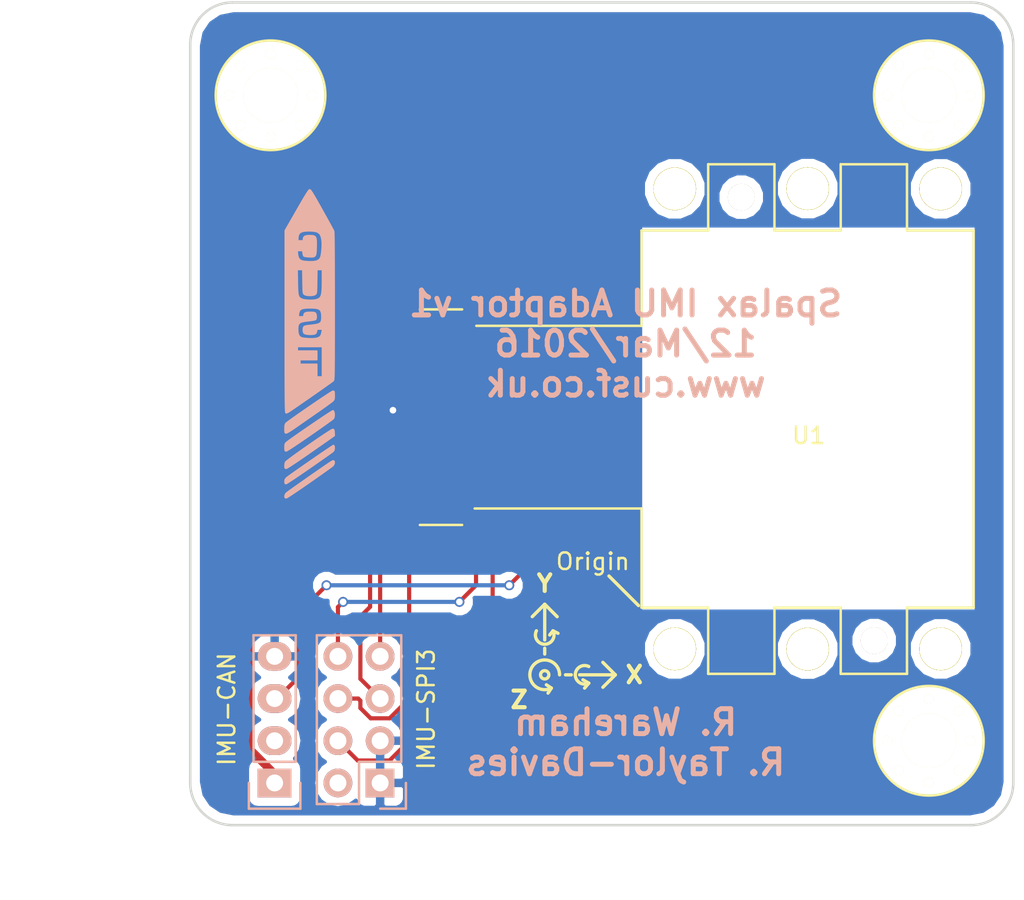
<source format=kicad_pcb>
(kicad_pcb (version 4) (host pcbnew 4.0.2-4+6225~38~ubuntu15.10.1-stable)

  (general
    (links 15)
    (no_connects 0)
    (area 50.724999 45.644999 100.405001 94.055001)
    (thickness 1.6)
    (drawings 35)
    (tracks 62)
    (zones 0)
    (modules 7)
    (nets 22)
  )

  (page A4)
  (layers
    (0 F.Cu signal)
    (31 B.Cu signal)
    (32 B.Adhes user)
    (33 F.Adhes user)
    (34 B.Paste user)
    (35 F.Paste user)
    (36 B.SilkS user)
    (37 F.SilkS user)
    (38 B.Mask user)
    (39 F.Mask user)
    (40 Dwgs.User user)
    (41 Cmts.User user)
    (42 Eco1.User user)
    (43 Eco2.User user)
    (44 Edge.Cuts user)
    (45 Margin user)
    (46 B.CrtYd user)
    (47 F.CrtYd user)
    (48 B.Fab user)
    (49 F.Fab user)
  )

  (setup
    (last_trace_width 0.28)
    (user_trace_width 0.2)
    (user_trace_width 0.3)
    (user_trace_width 0.5)
    (user_trace_width 0.8)
    (user_trace_width 1)
    (user_trace_width 1.5)
    (user_trace_width 2)
    (user_trace_width 3)
    (trace_clearance 0.19)
    (zone_clearance 0.508)
    (zone_45_only no)
    (trace_min 0.19)
    (segment_width 0.2)
    (edge_width 0.1)
    (via_size 0.8)
    (via_drill 0.4)
    (via_min_size 0.4)
    (via_min_drill 0.3)
    (uvia_size 0.8)
    (uvia_drill 0.4)
    (uvias_allowed no)
    (uvia_min_size 0.2)
    (uvia_min_drill 0.1)
    (pcb_text_width 0.3)
    (pcb_text_size 1.5 1.5)
    (mod_edge_width 0.15)
    (mod_text_size 1 1)
    (mod_text_width 0.15)
    (pad_size 3.3 3.3)
    (pad_drill 3.3)
    (pad_to_mask_clearance 0)
    (aux_axis_origin 0 0)
    (grid_origin 215.519 117.983)
    (visible_elements 7FFFFFFF)
    (pcbplotparams
      (layerselection 0x00008_7ffffffe)
      (usegerberextensions false)
      (excludeedgelayer true)
      (linewidth 0.100000)
      (plotframeref false)
      (viasonmask false)
      (mode 1)
      (useauxorigin false)
      (hpglpennumber 1)
      (hpglpenspeed 20)
      (hpglpendiameter 15)
      (hpglpenoverlay 2)
      (psnegative false)
      (psa4output false)
      (plotreference true)
      (plotvalue true)
      (plotinvisibletext false)
      (padsonsilk false)
      (subtractmaskfromsilk false)
      (outputformat 3)
      (mirror false)
      (drillshape 0)
      (scaleselection 1)
      (outputdirectory Gerbers/))
  )

  (net 0 "")
  (net 1 +5V)
  (net 2 /CAN1_RX)
  (net 3 /CAN1_TX)
  (net 4 GND)
  (net 5 +3V3)
  (net 6 /SPI3_NSS)
  (net 7 /DATA_RDY)
  (net 8 /SPI3_SCK)
  (net 9 /SPI3_MOSI)
  (net 10 /SPI3_MISO)
  (net 11 "Net-(U1-Pad1)")
  (net 12 "Net-(U1-Pad2)")
  (net 13 "Net-(U1-Pad9)")
  (net 14 "Net-(U1-Pad16)")
  (net 15 "Net-(U1-Pad17)")
  (net 16 "Net-(U1-Pad18)")
  (net 17 "Net-(U1-Pad19)")
  (net 18 "Net-(U1-Pad20)")
  (net 19 "Net-(U1-Pad22)")
  (net 20 "Net-(U1-Pad23)")
  (net 21 "Net-(U1-Pad24)")

  (net_class Default "This is the default net class."
    (clearance 0.19)
    (trace_width 0.28)
    (via_dia 0.8)
    (via_drill 0.4)
    (uvia_dia 0.8)
    (uvia_drill 0.4)
    (add_net /CAN1_RX)
    (add_net /CAN1_TX)
    (add_net /DATA_RDY)
    (add_net /SPI3_MISO)
    (add_net /SPI3_MOSI)
    (add_net /SPI3_NSS)
    (add_net /SPI3_SCK)
    (add_net "Net-(U1-Pad1)")
    (add_net "Net-(U1-Pad16)")
    (add_net "Net-(U1-Pad17)")
    (add_net "Net-(U1-Pad18)")
    (add_net "Net-(U1-Pad19)")
    (add_net "Net-(U1-Pad2)")
    (add_net "Net-(U1-Pad20)")
    (add_net "Net-(U1-Pad22)")
    (add_net "Net-(U1-Pad23)")
    (add_net "Net-(U1-Pad24)")
    (add_net "Net-(U1-Pad9)")
  )

  (net_class Power ""
    (clearance 0.19)
    (trace_width 0.5)
    (via_dia 0.8)
    (via_drill 0.4)
    (uvia_dia 0.8)
    (uvia_drill 0.4)
    (add_net +3V3)
    (add_net +5V)
    (add_net GND)
  )

  (module imu-adaptor-board:M3_MOUNT (layer F.Cu) (tedit 53DC1522) (tstamp 56E40D9C)
    (at 95.25 88.9)
    (fp_text reference M3_MOUNT (at 0 -4) (layer F.SilkS) hide
      (effects (font (size 1 1) (thickness 0.15)))
    )
    (fp_text value VAL** (at 0 4) (layer F.SilkS) hide
      (effects (font (size 1 1) (thickness 0.15)))
    )
    (fp_circle (center 0 0) (end 3.3 0) (layer F.SilkS) (width 0.15))
    (pad "" np_thru_hole circle (at 0 0) (size 3.3 3.3) (drill 3.3) (layers *.Cu *.Mask F.Paste F.SilkS)
      (solder_mask_margin 1.5) (clearance 1.65))
    (pad "" np_thru_hole circle (at 0 -2.5) (size 0.6 0.6) (drill 0.6) (layers *.Cu *.Mask F.SilkS))
    (pad "" np_thru_hole circle (at 2.5 0) (size 0.6 0.6) (drill 0.6) (layers *.Cu *.Mask F.SilkS))
    (pad "" np_thru_hole circle (at 0 2.5) (size 0.6 0.6) (drill 0.6) (layers *.Cu *.Mask F.SilkS))
    (pad "" np_thru_hole circle (at -2.5 0) (size 0.6 0.6) (drill 0.6) (layers *.Cu *.Mask F.SilkS))
    (pad "" np_thru_hole circle (at -1.8 -1.8) (size 0.6 0.6) (drill 0.6) (layers *.Cu *.Mask F.SilkS))
    (pad "" np_thru_hole circle (at 1.8 -1.8) (size 0.6 0.6) (drill 0.6) (layers *.Cu *.Mask F.SilkS))
    (pad "" np_thru_hole circle (at -1.8 1.8) (size 0.6 0.6) (drill 0.6) (layers *.Cu *.Mask F.SilkS))
    (pad "" np_thru_hole circle (at 1.8 1.8) (size 0.6 0.6) (drill 0.6) (layers *.Cu *.Mask F.SilkS))
  )

  (module imu-adaptor-board:M3_MOUNT (layer F.Cu) (tedit 53DC1522) (tstamp 56E40D63)
    (at 95.25 50.038)
    (fp_text reference M3_MOUNT (at 0 -4) (layer F.SilkS) hide
      (effects (font (size 1 1) (thickness 0.15)))
    )
    (fp_text value VAL** (at 0 4) (layer F.SilkS) hide
      (effects (font (size 1 1) (thickness 0.15)))
    )
    (fp_circle (center 0 0) (end 3.3 0) (layer F.SilkS) (width 0.15))
    (pad "" np_thru_hole circle (at 0 0) (size 3.3 3.3) (drill 3.3) (layers *.Cu *.Mask F.Paste F.SilkS)
      (solder_mask_margin 1.5) (clearance 1.65))
    (pad "" np_thru_hole circle (at 0 -2.5) (size 0.6 0.6) (drill 0.6) (layers *.Cu *.Mask F.SilkS))
    (pad "" np_thru_hole circle (at 2.5 0) (size 0.6 0.6) (drill 0.6) (layers *.Cu *.Mask F.SilkS))
    (pad "" np_thru_hole circle (at 0 2.5) (size 0.6 0.6) (drill 0.6) (layers *.Cu *.Mask F.SilkS))
    (pad "" np_thru_hole circle (at -2.5 0) (size 0.6 0.6) (drill 0.6) (layers *.Cu *.Mask F.SilkS))
    (pad "" np_thru_hole circle (at -1.8 -1.8) (size 0.6 0.6) (drill 0.6) (layers *.Cu *.Mask F.SilkS))
    (pad "" np_thru_hole circle (at 1.8 -1.8) (size 0.6 0.6) (drill 0.6) (layers *.Cu *.Mask F.SilkS))
    (pad "" np_thru_hole circle (at -1.8 1.8) (size 0.6 0.6) (drill 0.6) (layers *.Cu *.Mask F.SilkS))
    (pad "" np_thru_hole circle (at 1.8 1.8) (size 0.6 0.6) (drill 0.6) (layers *.Cu *.Mask F.SilkS))
  )

  (module Socket_Strips:Socket_Strip_Straight_1x04 (layer B.Cu) (tedit 56E3FBC2) (tstamp 56E4040A)
    (at 55.88 91.44 90)
    (descr "Through hole socket strip")
    (tags "socket strip")
    (path /56E405BF)
    (fp_text reference P1 (at 10.16 0 180) (layer B.Fab)
      (effects (font (size 1 1) (thickness 0.15)) (justify mirror))
    )
    (fp_text value IMU-CAN (at 4.44 -2.88 90) (layer F.SilkS)
      (effects (font (size 1 1) (thickness 0.15)))
    )
    (fp_line (start -1.75 1.75) (end -1.75 -1.75) (layer B.CrtYd) (width 0.05))
    (fp_line (start 9.4 1.75) (end 9.4 -1.75) (layer B.CrtYd) (width 0.05))
    (fp_line (start -1.75 1.75) (end 9.4 1.75) (layer B.CrtYd) (width 0.05))
    (fp_line (start -1.75 -1.75) (end 9.4 -1.75) (layer B.CrtYd) (width 0.05))
    (fp_line (start 1.27 1.27) (end 8.89 1.27) (layer B.SilkS) (width 0.15))
    (fp_line (start 1.27 -1.27) (end 8.89 -1.27) (layer B.SilkS) (width 0.15))
    (fp_line (start -1.55 -1.55) (end 0 -1.55) (layer B.SilkS) (width 0.15))
    (fp_line (start 8.89 1.27) (end 8.89 -1.27) (layer B.SilkS) (width 0.15))
    (fp_line (start 1.27 -1.27) (end 1.27 1.27) (layer B.SilkS) (width 0.15))
    (fp_line (start 0 1.55) (end -1.55 1.55) (layer B.SilkS) (width 0.15))
    (fp_line (start -1.55 1.55) (end -1.55 -1.55) (layer B.SilkS) (width 0.15))
    (pad 1 thru_hole rect (at 0 0 90) (size 1.7272 2.032) (drill 1.016) (layers *.Cu *.Mask B.SilkS)
      (net 1 +5V))
    (pad 2 thru_hole oval (at 2.54 0 90) (size 1.7272 2.032) (drill 1.016) (layers *.Cu *.Mask B.SilkS)
      (net 2 /CAN1_RX))
    (pad 3 thru_hole oval (at 5.08 0 90) (size 1.7272 2.032) (drill 1.016) (layers *.Cu *.Mask B.SilkS)
      (net 3 /CAN1_TX))
    (pad 4 thru_hole oval (at 7.62 0 90) (size 1.7272 2.032) (drill 1.016) (layers *.Cu *.Mask B.SilkS)
      (net 4 GND))
    (model Socket_Strips.3dshapes/Socket_Strip_Straight_1x04.wrl
      (at (xyz 0.15 0 0))
      (scale (xyz 1 1 1))
      (rotate (xyz 0 0 180))
    )
  )

  (module Socket_Strips:Socket_Strip_Straight_2x04 (layer B.Cu) (tedit 56E3FBC7) (tstamp 56E40422)
    (at 62.23 91.44 90)
    (descr "Through hole socket strip")
    (tags "socket strip")
    (path /56E4058A)
    (fp_text reference P2 (at 10.16 0 180) (layer B.Fab)
      (effects (font (size 1 1) (thickness 0.15)) (justify mirror))
    )
    (fp_text value IMU-SPI3 (at 4.44 2.77 90) (layer F.SilkS)
      (effects (font (size 1 1) (thickness 0.15)))
    )
    (fp_line (start -1.75 1.75) (end -1.75 -4.3) (layer B.CrtYd) (width 0.05))
    (fp_line (start 9.4 1.75) (end 9.4 -4.3) (layer B.CrtYd) (width 0.05))
    (fp_line (start -1.75 1.75) (end 9.4 1.75) (layer B.CrtYd) (width 0.05))
    (fp_line (start -1.75 -4.3) (end 9.4 -4.3) (layer B.CrtYd) (width 0.05))
    (fp_line (start 1.27 1.27) (end 8.89 1.27) (layer B.SilkS) (width 0.15))
    (fp_line (start 8.89 1.27) (end 8.89 -3.81) (layer B.SilkS) (width 0.15))
    (fp_line (start 8.89 -3.81) (end -1.27 -3.81) (layer B.SilkS) (width 0.15))
    (fp_line (start -1.27 -3.81) (end -1.27 -1.27) (layer B.SilkS) (width 0.15))
    (fp_line (start 0 1.55) (end -1.55 1.55) (layer B.SilkS) (width 0.15))
    (fp_line (start -1.27 -1.27) (end 1.27 -1.27) (layer B.SilkS) (width 0.15))
    (fp_line (start 1.27 -1.27) (end 1.27 1.27) (layer B.SilkS) (width 0.15))
    (fp_line (start -1.55 1.55) (end -1.55 0) (layer B.SilkS) (width 0.15))
    (pad 1 thru_hole rect (at 0 0 90) (size 1.7272 1.7272) (drill 1.016) (layers *.Cu *.Mask B.SilkS)
      (net 4 GND))
    (pad 2 thru_hole oval (at 0 -2.54 90) (size 1.7272 1.7272) (drill 1.016) (layers *.Cu *.Mask B.SilkS)
      (net 5 +3V3))
    (pad 3 thru_hole oval (at 2.54 0 90) (size 1.7272 1.7272) (drill 1.016) (layers *.Cu *.Mask B.SilkS)
      (net 4 GND))
    (pad 4 thru_hole oval (at 2.54 -2.54 90) (size 1.7272 1.7272) (drill 1.016) (layers *.Cu *.Mask B.SilkS)
      (net 6 /SPI3_NSS))
    (pad 5 thru_hole oval (at 5.08 0 90) (size 1.7272 1.7272) (drill 1.016) (layers *.Cu *.Mask B.SilkS)
      (net 7 /DATA_RDY))
    (pad 6 thru_hole oval (at 5.08 -2.54 90) (size 1.7272 1.7272) (drill 1.016) (layers *.Cu *.Mask B.SilkS)
      (net 8 /SPI3_SCK))
    (pad 7 thru_hole oval (at 7.62 0 90) (size 1.7272 1.7272) (drill 1.016) (layers *.Cu *.Mask B.SilkS)
      (net 9 /SPI3_MOSI))
    (pad 8 thru_hole oval (at 7.62 -2.54 90) (size 1.7272 1.7272) (drill 1.016) (layers *.Cu *.Mask B.SilkS)
      (net 10 /SPI3_MISO))
    (model Socket_Strips.3dshapes/Socket_Strip_Straight_2x04.wrl
      (at (xyz 0.15 -0.05 0))
      (scale (xyz 1 1 1))
      (rotate (xyz 0 0 180))
    )
  )

  (module imu-adaptor-board:M3_MOUNT (layer F.Cu) (tedit 53DC1522) (tstamp 56E40906)
    (at 55.63362 50.038)
    (fp_text reference M3_MOUNT (at 0 -4) (layer F.SilkS) hide
      (effects (font (size 1 1) (thickness 0.15)))
    )
    (fp_text value VAL** (at 0 4) (layer F.SilkS) hide
      (effects (font (size 1 1) (thickness 0.15)))
    )
    (fp_circle (center 0 0) (end 3.3 0) (layer F.SilkS) (width 0.15))
    (pad "" np_thru_hole circle (at 0 0) (size 3.3 3.3) (drill 3.3) (layers *.Cu *.Mask F.Paste F.SilkS)
      (solder_mask_margin 1.5) (clearance 1.65))
    (pad "" np_thru_hole circle (at 0 -2.5) (size 0.6 0.6) (drill 0.6) (layers *.Cu *.Mask F.SilkS))
    (pad "" np_thru_hole circle (at 2.5 0) (size 0.6 0.6) (drill 0.6) (layers *.Cu *.Mask F.SilkS))
    (pad "" np_thru_hole circle (at 0 2.5) (size 0.6 0.6) (drill 0.6) (layers *.Cu *.Mask F.SilkS))
    (pad "" np_thru_hole circle (at -2.5 0) (size 0.6 0.6) (drill 0.6) (layers *.Cu *.Mask F.SilkS))
    (pad "" np_thru_hole circle (at -1.8 -1.8) (size 0.6 0.6) (drill 0.6) (layers *.Cu *.Mask F.SilkS))
    (pad "" np_thru_hole circle (at 1.8 -1.8) (size 0.6 0.6) (drill 0.6) (layers *.Cu *.Mask F.SilkS))
    (pad "" np_thru_hole circle (at -1.8 1.8) (size 0.6 0.6) (drill 0.6) (layers *.Cu *.Mask F.SilkS))
    (pad "" np_thru_hole circle (at 1.8 1.8) (size 0.6 0.6) (drill 0.6) (layers *.Cu *.Mask F.SilkS))
  )

  (module imu-adaptor-board:ADIS16405BMLZ (layer F.Cu) (tedit 56E401F4) (tstamp 56E40C81)
    (at 88.019798 69.52 180)
    (path /56E3EFE8)
    (fp_text reference U1 (at 0 -1 180) (layer F.SilkS)
      (effects (font (size 1 1) (thickness 0.15)))
    )
    (fp_text value ADIS16405BMLZ (at 0 2 180) (layer F.Fab)
      (effects (font (size 1 1) (thickness 0.15)))
    )
    (fp_line (start -9.927 -11.3656) (end -9.927 11.342) (layer F.SilkS) (width 0.1524))
    (fp_line (start -9.927 -11.3656) (end -5.9138 -11.3656) (layer F.SilkS) (width 0.1524))
    (fp_line (start -5.9138 -11.3656) (end -5.9138 -15.3534) (layer F.SilkS) (width 0.1524))
    (fp_line (start -5.9138 -15.3534) (end -1.926 -15.3534) (layer F.SilkS) (width 0.1524))
    (fp_line (start -1.926 -15.3534) (end -1.926 -11.3656) (layer F.SilkS) (width 0.1524))
    (fp_line (start -1.926 -11.3656) (end 2.0618 -11.3656) (layer F.SilkS) (width 0.1524))
    (fp_line (start 2.0618 -11.3656) (end 2.0618 -15.3534) (layer F.SilkS) (width 0.1524))
    (fp_line (start 2.0618 -15.3534) (end 6.0496 -15.3534) (layer F.SilkS) (width 0.1524))
    (fp_line (start 6.0496 -15.3534) (end 6.0496 -11.3656) (layer F.SilkS) (width 0.1524))
    (fp_line (start 6.0496 -11.3656) (end 10.0628 -11.3656) (layer F.SilkS) (width 0.1524))
    (fp_line (start -9.927 11.342) (end -5.9138 11.342) (layer F.SilkS) (width 0.1524))
    (fp_line (start -5.9138 11.342) (end -5.9138 15.3298) (layer F.SilkS) (width 0.1524))
    (fp_line (start -5.9138 15.3298) (end -1.926 15.3298) (layer F.SilkS) (width 0.1524))
    (fp_line (start -1.926 15.3298) (end -1.926 11.342) (layer F.SilkS) (width 0.1524))
    (fp_line (start -1.926 11.342) (end 2.0618 11.342) (layer F.SilkS) (width 0.1524))
    (fp_line (start 2.0618 11.342) (end 2.0618 15.3298) (layer F.SilkS) (width 0.1524))
    (fp_line (start 2.0618 15.3298) (end 6.0496 15.3298) (layer F.SilkS) (width 0.1524))
    (fp_line (start 6.0496 15.3298) (end 6.0496 11.342) (layer F.SilkS) (width 0.1524))
    (fp_line (start 6.0496 11.342) (end 10.0628 11.342) (layer F.SilkS) (width 0.1524))
    (fp_line (start 10.0628 -11.3656) (end 10.0628 -5.3966) (layer F.SilkS) (width 0.1524))
    (fp_line (start 10.0628 -5.3966) (end 20.1 -5.3966) (layer F.SilkS) (width 0.1524))
    (fp_line (start 20.8578 -6.3872) (end 23.3978 -6.3872) (layer F.SilkS) (width 0.1524))
    (fp_line (start 23.3978 6.5922) (end 20.8578 6.5922) (layer F.SilkS) (width 0.1524))
    (fp_line (start 20 5.6016) (end 10.0628 5.6016) (layer F.SilkS) (width 0.1524))
    (fp_line (start 10.0628 5.6016) (end 10.0628 11.342) (layer F.SilkS) (width 0.1524))
    (pad 1 smd rect (at 23 -5.399978 180) (size 1.4 0.5) (layers F.Cu F.Paste F.Mask)
      (net 11 "Net-(U1-Pad1)"))
    (pad 2 smd rect (at 21.2 -5.4 180) (size 1.4 0.5) (layers F.Cu F.Paste F.Mask)
      (net 12 "Net-(U1-Pad2)"))
    (pad 3 smd rect (at 23.019798 -4.39998 180) (size 1.4 0.5) (layers F.Cu F.Paste F.Mask)
      (net 8 /SPI3_SCK))
    (pad 4 smd rect (at 21.2198 -4.39998 180) (size 1.4 0.5) (layers F.Cu F.Paste F.Mask)
      (net 10 /SPI3_MISO))
    (pad 5 smd rect (at 23.019798 -3.399982 180) (size 1.4 0.5) (layers F.Cu F.Paste F.Mask)
      (net 9 /SPI3_MOSI))
    (pad 6 smd rect (at 21.2198 -3.399982 180) (size 1.4 0.5) (layers F.Cu F.Paste F.Mask)
      (net 6 /SPI3_NSS))
    (pad 7 smd rect (at 23.019798 -2.399984 180) (size 1.4 0.5) (layers F.Cu F.Paste F.Mask)
      (net 7 /DATA_RDY))
    (pad 8 smd rect (at 21.2198 -2.399984 180) (size 1.4 0.5) (layers F.Cu F.Paste F.Mask)
      (net 3 /CAN1_TX))
    (pad 9 smd rect (at 23.019798 -1.399986 180) (size 1.4 0.5) (layers F.Cu F.Paste F.Mask)
      (net 13 "Net-(U1-Pad9)"))
    (pad 10 smd rect (at 21.2198 -1.399986 180) (size 1.4 0.5) (layers F.Cu F.Paste F.Mask)
      (net 1 +5V))
    (pad 11 smd rect (at 23.019798 -0.399988 180) (size 1.4 0.5) (layers F.Cu F.Paste F.Mask)
      (net 1 +5V))
    (pad 12 smd rect (at 21.2198 -0.399988 180) (size 1.4 0.5) (layers F.Cu F.Paste F.Mask)
      (net 1 +5V))
    (pad 13 smd rect (at 23.019798 0.60001 180) (size 1.4 0.5) (layers F.Cu F.Paste F.Mask)
      (net 4 GND))
    (pad 14 smd rect (at 21.2198 0.60001 180) (size 1.4 0.5) (layers F.Cu F.Paste F.Mask)
      (net 4 GND))
    (pad 15 smd rect (at 23.019798 1.600008 180) (size 1.4 0.5) (layers F.Cu F.Paste F.Mask)
      (net 4 GND))
    (pad 16 smd rect (at 21.2198 1.600008 180) (size 1.4 0.5) (layers F.Cu F.Paste F.Mask)
      (net 14 "Net-(U1-Pad16)"))
    (pad 17 smd rect (at 23.019798 2.600006 180) (size 1.4 0.5) (layers F.Cu F.Paste F.Mask)
      (net 15 "Net-(U1-Pad17)"))
    (pad 18 smd rect (at 21.2198 2.600006 180) (size 1.4 0.5) (layers F.Cu F.Paste F.Mask)
      (net 16 "Net-(U1-Pad18)"))
    (pad 19 smd rect (at 23.019798 3.600004 180) (size 1.4 0.5) (layers F.Cu F.Paste F.Mask)
      (net 17 "Net-(U1-Pad19)"))
    (pad 20 smd rect (at 21.2198 3.600004 180) (size 1.4 0.5) (layers F.Cu F.Paste F.Mask)
      (net 18 "Net-(U1-Pad20)"))
    (pad 21 smd rect (at 23.019798 4.600002 180) (size 1.4 0.5) (layers F.Cu F.Paste F.Mask)
      (net 4 GND))
    (pad 22 smd rect (at 21.2198 4.600002 180) (size 1.4 0.5) (layers F.Cu F.Paste F.Mask)
      (net 19 "Net-(U1-Pad22)"))
    (pad 23 smd rect (at 23.019798 5.6 180) (size 1.4 0.5) (layers F.Cu F.Paste F.Mask)
      (net 20 "Net-(U1-Pad23)"))
    (pad 24 smd rect (at 21.2198 5.6 180) (size 1.4 0.5) (layers F.Cu F.Paste F.Mask)
      (net 21 "Net-(U1-Pad24)"))
    (pad 25 thru_hole circle (at -3.940093 -13.349976 180) (size 1.6002 1.6002) (drill 1.6002) (layers *.Cu *.Mask F.SilkS))
    (pad 25 thru_hole circle (at -3.940093 -13.349976 180) (size 1.6002 1.6002) (drill 1.6002) (layers *.Cu *.Mask F.SilkS))
    (pad 26 thru_hole circle (at 4.059891 13.349998 180) (size 1.6002 1.6002) (drill 2.4892) (layers *.Cu *.Mask F.SilkS))
    (pad 26 thru_hole circle (at 4.059891 13.349998 180) (size 1.6002 1.6002) (drill 2.4892) (layers *.Cu *.Mask F.SilkS))
    (pad 27 thru_hole circle (at -7.940085 -13.850102 180) (size 2.5654 2.5654) (drill 2.4892) (layers *.Cu *.Mask F.SilkS))
    (pad 27 thru_hole circle (at -7.940085 -13.850102 180) (size 2.5654 2.5654) (drill 2.4892) (layers *.Cu *.Mask F.SilkS))
    (pad 28 thru_hole circle (at 8.059883 -13.850102 180) (size 2.5654 2.5654) (drill 2.4892) (layers *.Cu *.Mask F.SilkS))
    (pad 28 thru_hole circle (at 8.059883 -13.850102 180) (size 2.5654 2.5654) (drill 2.4892) (layers *.Cu *.Mask F.SilkS))
    (pad 29 thru_hole circle (at -7.941101 13.850124 180) (size 2.5654 2.5654) (drill 2.4892) (layers *.Cu *.Mask F.SilkS))
    (pad 29 thru_hole circle (at -7.941101 13.850124 180) (size 2.5654 2.5654) (drill 2.4892) (layers *.Cu *.Mask F.SilkS))
    (pad 30 thru_hole circle (at 8.060899 13.850124 180) (size 2.5654 2.5654) (drill 2.4892) (layers *.Cu *.Mask F.SilkS))
    (pad 30 thru_hole circle (at 8.060899 13.850124 180) (size 2.5654 2.5654) (drill 2.4892) (layers *.Cu *.Mask F.SilkS))
    (pad 31 thru_hole circle (at 0.059899 13.862824 180) (size 2.5654 2.5654) (drill 2.4892) (layers *.Cu *.Mask F.SilkS))
    (pad 31 thru_hole circle (at 0.059899 13.862824 180) (size 2.5654 2.5654) (drill 2.4892) (layers *.Cu *.Mask F.SilkS))
    (pad 32 thru_hole circle (at 0.059899 -13.862802 180) (size 2.5654 2.5654) (drill 2.4892) (layers *.Cu *.Mask F.SilkS))
    (pad 32 thru_hole circle (at 0.059899 -13.862802 180) (size 2.5654 2.5654) (drill 2.4892) (layers *.Cu *.Mask F.SilkS))
  )

  (module imu-adaptor-board:cusf_logo (layer B.Cu) (tedit 0) (tstamp 56E40EDC)
    (at 58 65 180)
    (fp_text reference G*** (at 0 0 180) (layer B.SilkS) hide
      (effects (font (thickness 0.3)) (justify mirror))
    )
    (fp_text value LOGO (at 0.75 0 180) (layer B.SilkS) hide
      (effects (font (thickness 0.3)) (justify mirror))
    )
    (fp_poly (pts (xy 1.49225 -9.17752) (xy 1.483287 -9.244669) (xy 1.447068 -9.267469) (xy 1.420812 -9.268108)
      (xy 1.381477 -9.249778) (xy 1.295504 -9.198255) (xy 1.168106 -9.117006) (xy 1.004494 -9.009499)
      (xy 0.809879 -8.879202) (xy 0.589473 -8.729583) (xy 0.348487 -8.564107) (xy 0.092133 -8.386244)
      (xy 0.025068 -8.339421) (xy -0.235426 -8.156916) (xy -0.482095 -7.983332) (xy -0.709636 -7.822454)
      (xy -0.912748 -7.678063) (xy -1.086132 -7.553945) (xy -1.224485 -7.453882) (xy -1.322508 -7.381657)
      (xy -1.374899 -7.341055) (xy -1.379869 -7.336653) (xy -1.447785 -7.234568) (xy -1.4605 -7.15409)
      (xy -1.450785 -7.076354) (xy -1.41513 -7.051669) (xy -1.343773 -7.075112) (xy -1.324077 -7.085293)
      (xy -1.2716 -7.117623) (xy -1.174931 -7.181425) (xy -1.040179 -7.272424) (xy -0.873458 -7.386343)
      (xy -0.680879 -7.518907) (xy -0.468555 -7.66584) (xy -0.242599 -7.822865) (xy -0.009121 -7.985707)
      (xy 0.225765 -8.150089) (xy 0.455948 -8.311736) (xy 0.675315 -8.466372) (xy 0.877754 -8.60972)
      (xy 1.057153 -8.737506) (xy 1.2074 -8.845451) (xy 1.322383 -8.929282) (xy 1.395988 -8.984721)
      (xy 1.420812 -9.005577) (xy 1.473309 -9.092618) (xy 1.49225 -9.17752) (xy 1.49225 -9.17752)) (layer B.SilkS) (width 0.1))
    (fp_poly (pts (xy 1.49225 -8.289441) (xy 1.486218 -8.372215) (xy 1.463097 -8.408071) (xy 1.433153 -8.41375)
      (xy 1.396297 -8.396084) (xy 1.312578 -8.345359) (xy 1.18712 -8.264984) (xy 1.025043 -8.158367)
      (xy 0.831471 -8.028916) (xy 0.611526 -7.880041) (xy 0.370329 -7.71515) (xy 0.113004 -7.537651)
      (xy 0.027755 -7.478513) (xy -0.234723 -7.295857) (xy -0.483028 -7.122449) (xy -0.711944 -6.961973)
      (xy -0.916256 -6.818115) (xy -1.090746 -6.69456) (xy -1.2302 -6.594994) (xy -1.3294 -6.523102)
      (xy -1.383132 -6.482569) (xy -1.389524 -6.477151) (xy -1.440176 -6.406821) (xy -1.459541 -6.308226)
      (xy -1.4605 -6.269388) (xy -1.451839 -6.169364) (xy -1.426185 -6.128648) (xy -1.420121 -6.12775)
      (xy -1.387076 -6.145357) (xy -1.308012 -6.195462) (xy -1.188821 -6.273987) (xy -1.035393 -6.376854)
      (xy -0.853619 -6.499987) (xy -0.64939 -6.639307) (xy -0.428596 -6.790737) (xy -0.197128 -6.9502)
      (xy 0.039124 -7.113618) (xy 0.274267 -7.276914) (xy 0.502413 -7.436011) (xy 0.717669 -7.586831)
      (xy 0.914146 -7.725297) (xy 1.085953 -7.847331) (xy 1.227198 -7.948856) (xy 1.331991 -8.025794)
      (xy 1.394442 -8.074069) (xy 1.404937 -8.083185) (xy 1.470173 -8.166792) (xy 1.491854 -8.268028)
      (xy 1.49225 -8.289441) (xy 1.49225 -8.289441)) (layer B.SilkS) (width 0.1))
    (fp_poly (pts (xy 1.49225 -7.351618) (xy 1.488607 -7.439393) (xy 1.472018 -7.480421) (xy 1.433994 -7.491297)
      (xy 1.420812 -7.491266) (xy 1.380543 -7.473133) (xy 1.293579 -7.421737) (xy 1.165073 -7.340479)
      (xy 1.000178 -7.232759) (xy 0.804046 -7.101977) (xy 0.581831 -6.951533) (xy 0.338685 -6.784826)
      (xy 0.109636 -6.626079) (xy -0.146173 -6.447829) (xy -0.391263 -6.276889) (xy -0.619626 -6.117461)
      (xy -0.825254 -5.973745) (xy -1.002142 -5.849942) (xy -1.144282 -5.750252) (xy -1.245666 -5.678877)
      (xy -1.296854 -5.642499) (xy -1.463605 -5.522374) (xy -1.454116 -5.340874) (xy -1.446264 -5.237885)
      (xy -1.432086 -5.183364) (xy -1.404902 -5.162284) (xy -1.373456 -5.159375) (xy -1.331146 -5.177297)
      (xy -1.243394 -5.22828) (xy -1.116194 -5.308149) (xy -0.955541 -5.412729) (xy -0.767429 -5.537846)
      (xy -0.557854 -5.679324) (xy -0.332808 -5.832989) (xy -0.098288 -5.994666) (xy 0.139713 -6.160179)
      (xy 0.375199 -6.325354) (xy 0.602178 -6.486016) (xy 0.814653 -6.637991) (xy 1.00663 -6.777103)
      (xy 1.172115 -6.899177) (xy 1.305114 -7.000039) (xy 1.399631 -7.075513) (xy 1.449673 -7.121425)
      (xy 1.455509 -7.129601) (xy 1.478778 -7.212849) (xy 1.491463 -7.320822) (xy 1.49225 -7.351618)
      (xy 1.49225 -7.351618)) (layer B.SilkS) (width 0.1))
    (fp_poly (pts (xy 1.49225 -6.237431) (xy 1.490642 -6.349021) (xy 1.482565 -6.411275) (xy 1.463134 -6.438336)
      (xy 1.427465 -6.444348) (xy 1.420812 -6.444314) (xy 1.380464 -6.426293) (xy 1.292782 -6.374618)
      (xy 1.162296 -6.292277) (xy 0.993532 -6.182257) (xy 0.79102 -6.047546) (xy 0.559287 -5.891133)
      (xy 0.302863 -5.716003) (xy 0.026275 -5.525146) (xy 0 -5.506919) (xy -0.262368 -5.324298)
      (xy -0.510085 -5.150837) (xy -0.738002 -4.990213) (xy -0.94097 -4.846104) (xy -1.11384 -4.722187)
      (xy -1.251462 -4.62214) (xy -1.348688 -4.549641) (xy -1.400367 -4.508367) (xy -1.406318 -4.502508)
      (xy -1.43957 -4.432205) (xy -1.456566 -4.333439) (xy -1.458014 -4.225448) (xy -1.444619 -4.127466)
      (xy -1.417087 -4.058731) (xy -1.389277 -4.038219) (xy -1.355002 -4.054014) (xy -1.274689 -4.102228)
      (xy -1.154277 -4.178799) (xy -0.999705 -4.279667) (xy -0.816913 -4.400774) (xy -0.61184 -4.538058)
      (xy -0.390423 -4.687459) (xy -0.158604 -4.844918) (xy 0.07768 -5.006374) (xy 0.312489 -5.167767)
      (xy 0.539885 -5.325037) (xy 0.753927 -5.474124) (xy 0.948678 -5.610968) (xy 1.118198 -5.731508)
      (xy 1.256547 -5.831685) (xy 1.357788 -5.907438) (xy 1.41598 -5.954708) (xy 1.420812 -5.959271)
      (xy 1.461236 -6.010068) (xy 1.483081 -6.074515) (xy 1.491483 -6.172611) (xy 1.49225 -6.237431)
      (xy 1.49225 -6.237431)) (layer B.SilkS) (width 0.1))
    (fp_poly (pts (xy 1.49225 -5.115267) (xy 1.491183 -5.240265) (xy 1.485512 -5.314664) (xy 1.47153 -5.351355)
      (xy 1.445531 -5.363233) (xy 1.420812 -5.363765) (xy 1.37111 -5.345441) (xy 1.280722 -5.296179)
      (xy 1.160317 -5.222391) (xy 1.02056 -5.13049) (xy 0.936625 -5.072668) (xy 0.806238 -4.981501)
      (xy 0.633995 -4.861315) (xy 0.43021 -4.719292) (xy 0.205197 -4.562617) (xy -0.030731 -4.398471)
      (xy -0.267261 -4.234038) (xy -0.365125 -4.166046) (xy -0.580518 -4.015675) (xy -0.783238 -3.872715)
      (xy -0.966311 -3.742193) (xy -1.122767 -3.629135) (xy -1.245632 -3.538567) (xy -1.327933 -3.475517)
      (xy -1.357313 -3.45079) (xy -1.409356 -3.397922) (xy -1.440107 -3.349144) (xy -1.455152 -3.285749)
      (xy -1.460078 -3.189031) (xy -1.4605 -3.105271) (xy -1.459397 -2.981064) (xy -1.453574 -2.907341)
      (xy -1.439266 -2.871093) (xy -1.412705 -2.859312) (xy -1.389063 -2.858579) (xy -1.351209 -2.876401)
      (xy -1.267459 -2.926741) (xy -1.143793 -3.005491) (xy -0.98619 -3.108548) (xy -0.80063 -3.231806)
      (xy -0.593091 -3.371158) (xy -0.369554 -3.5225) (xy -0.135997 -3.681725) (xy 0.101599 -3.844729)
      (xy 0.337256 -4.007405) (xy 0.564994 -4.165648) (xy 0.778834 -4.315354) (xy 0.972796 -4.452415)
      (xy 1.140901 -4.572726) (xy 1.277169 -4.672183) (xy 1.375621 -4.746679) (xy 1.430278 -4.792108)
      (xy 1.436687 -4.798783) (xy 1.467318 -4.85266) (xy 1.484797 -4.9339) (xy 1.491788 -5.057668)
      (xy 1.49225 -5.115267) (xy 1.49225 -5.115267)) (layer B.SilkS) (width 0.1))
    (fp_poly (pts (xy 1.476375 1.335759) (xy 1.476337 0.640747) (xy 1.476207 0.00649) (xy 1.475961 -0.569757)
      (xy 1.475572 -1.09074) (xy 1.475017 -1.559203) (xy 1.474269 -1.977892) (xy 1.473304 -2.349551)
      (xy 1.472096 -2.676927) (xy 1.470621 -2.962763) (xy 1.468854 -3.209806) (xy 1.466769 -3.4208)
      (xy 1.464341 -3.59849) (xy 1.461546 -3.745621) (xy 1.458357 -3.86494) (xy 1.454751 -3.95919)
      (xy 1.450702 -4.031116) (xy 1.446184 -4.083465) (xy 1.441174 -4.118981) (xy 1.435645 -4.140409)
      (xy 1.429573 -4.150495) (xy 1.42624 -4.152159) (xy 1.375552 -4.140192) (xy 1.29264 -4.099442)
      (xy 1.20399 -4.044333) (xy 0.953216 -3.87268) (xy 0.770819 -3.747222) (xy 0.770819 5.61975)
      (xy 0.595913 5.61975) (xy 0.421008 5.61975) (xy 0.404593 5.474114) (xy 0.387049 5.378255)
      (xy 0.362077 5.30736) (xy 0.351287 5.291552) (xy 0.304056 5.273471) (xy 0.210077 5.257511)
      (xy 0.086102 5.246224) (xy 0.037724 5.24381) (xy -0.100848 5.24015) (xy -0.203223 5.24702)
      (xy -0.275137 5.272599) (xy -0.322326 5.325062) (xy -0.350525 5.412588) (xy -0.365471 5.543353)
      (xy -0.3729 5.725536) (xy -0.375463 5.832863) (xy -0.378893 6.055989) (xy -0.374609 6.223618)
      (xy -0.357817 6.343685) (xy -0.323721 6.424127) (xy -0.267528 6.472878) (xy -0.184443 6.497875)
      (xy -0.069672 6.507053) (xy 0.032622 6.508317) (xy 0.192919 6.498485) (xy 0.299687 6.465397)
      (xy 0.35997 6.404851) (xy 0.380812 6.312648) (xy 0.381 6.300575) (xy 0.381 6.19125)
      (xy 0.555625 6.19125) (xy 0.73025 6.19125) (xy 0.73025 6.337265) (xy 0.715941 6.498154)
      (xy 0.669237 6.620848) (xy 0.584469 6.709254) (xy 0.455966 6.76728) (xy 0.278061 6.798834)
      (xy 0.047625 6.807833) (xy -0.193899 6.79791) (xy -0.381167 6.765933) (xy -0.521317 6.706078)
      (xy -0.621484 6.612524) (xy -0.688804 6.479447) (xy -0.730412 6.301025) (xy -0.746917 6.1595)
      (xy -0.753117 6.006839) (xy -0.749195 5.830264) (xy -0.736724 5.645851) (xy -0.717279 5.469675)
      (xy -0.692434 5.31781) (xy -0.663763 5.206332) (xy -0.650444 5.174415) (xy -0.58114 5.075787)
      (xy -0.485142 5.005102) (xy -0.354323 4.959814) (xy -0.180556 4.93738) (xy 0.044285 4.935254)
      (xy 0.106274 4.937463) (xy 0.311864 4.953036) (xy 0.46064 4.980375) (xy 0.534899 5.007423)
      (xy 0.631868 5.074437) (xy 0.697457 5.171269) (xy 0.737813 5.309854) (xy 0.753843 5.43254)
      (xy 0.770819 5.61975) (xy 0.770819 -3.747222) (xy 0.769285 -3.746166) (xy 0.769285 4.47675)
      (xy 0.594462 4.47675) (xy 0.41964 4.47675) (xy 0.408153 3.759486) (xy 0.404279 3.528318)
      (xy 0.400412 3.352268) (xy 0.395624 3.222962) (xy 0.388984 3.132024) (xy 0.379563 3.071079)
      (xy 0.366432 3.031753) (xy 0.348661 3.005671) (xy 0.32532 2.984458) (xy 0.321816 2.981611)
      (xy 0.236966 2.943125) (xy 0.112751 2.92139) (xy -0.028944 2.916403) (xy -0.166234 2.928163)
      (xy -0.277235 2.956669) (xy -0.321921 2.981655) (xy -0.346087 3.002826) (xy -0.364542 3.027694)
      (xy -0.378208 3.064634) (xy -0.388005 3.122021) (xy -0.394854 3.208229) (xy -0.399676 3.331633)
      (xy -0.403391 3.500609) (xy -0.406922 3.723532) (xy -0.407454 3.75953) (xy -0.418032 4.47675)
      (xy -0.590016 4.47675) (xy -0.762 4.47675) (xy -0.762 3.830209) (xy -0.760068 3.535654)
      (xy -0.752845 3.297685) (xy -0.738195 3.109468) (xy -0.71398 2.964167) (xy -0.678064 2.854948)
      (xy -0.628308 2.774975) (xy -0.562577 2.717414) (xy -0.478732 2.675429) (xy -0.392031 2.646997)
      (xy -0.258256 2.622986) (xy -0.091481 2.612929) (xy 0.088522 2.61592) (xy 0.261982 2.631054)
      (xy 0.409129 2.657425) (xy 0.498275 2.687767) (xy 0.569525 2.726432) (xy 0.625663 2.769405)
      (xy 0.668637 2.824468) (xy 0.700394 2.899402) (xy 0.722882 3.001988) (xy 0.738048 3.140008)
      (xy 0.747839 3.321244) (xy 0.754202 3.553477) (xy 0.757216 3.7225) (xy 0.769285 4.47675)
      (xy 0.769285 -3.746166) (xy 0.762 -3.741156) (xy 0.762 -0.4445) (xy 0.762 -0.301625)
      (xy 0.762 -0.15875) (xy 0.736942 -0.15875) (xy 0.736942 0.860724) (xy 0.731711 1.016509)
      (xy 0.70935 1.13558) (xy 0.662163 1.224049) (xy 0.582456 1.288032) (xy 0.462533 1.333643)
      (xy 0.2947 1.366996) (xy 0.07126 1.394205) (xy 0.064689 1.394881) (xy -0.083663 1.412558)
      (xy -0.210453 1.432269) (xy -0.301252 1.451474) (xy -0.340124 1.466101) (xy -0.368776 1.52352)
      (xy -0.379609 1.616192) (xy -0.372918 1.71851) (xy -0.348998 1.804866) (xy -0.33595 1.827495)
      (xy -0.304997 1.858) (xy -0.257206 1.876577) (xy -0.178176 1.885998) (xy -0.053507 1.889038)
      (xy -0.015953 1.889125) (xy 0.144514 1.883381) (xy 0.251715 1.862746) (xy 0.315127 1.822121)
      (xy 0.344224 1.756405) (xy 0.34925 1.692557) (xy 0.354693 1.650488) (xy 0.381312 1.628577)
      (xy 0.444542 1.620345) (xy 0.523875 1.61925) (xy 0.6985 1.61925) (xy 0.6985 1.731395)
      (xy 0.685358 1.840791) (xy 0.653581 1.950983) (xy 0.652017 1.954788) (xy 0.605877 2.034484)
      (xy 0.537811 2.092742) (xy 0.438801 2.132464) (xy 0.299829 2.156552) (xy 0.111879 2.16791)
      (xy -0.015875 2.169783) (xy -0.248794 2.164503) (xy -0.426243 2.142842) (xy -0.55533 2.099199)
      (xy -0.643163 2.027972) (xy -0.69685 1.92356) (xy -0.7235 1.780361) (xy -0.73025 1.606831)
      (xy -0.725312 1.471045) (xy -0.705722 1.364781) (xy -0.664316 1.283446) (xy -0.593931 1.222446)
      (xy -0.487403 1.177187) (xy -0.337567 1.143076) (xy -0.137262 1.115519) (xy 0.068376 1.094711)
      (xy 0.185781 1.078641) (xy 0.283244 1.056101) (xy 0.335413 1.034311) (xy 0.37262 0.973719)
      (xy 0.389423 0.877804) (xy 0.385783 0.771389) (xy 0.361655 0.679299) (xy 0.336081 0.639975)
      (xy 0.273934 0.609762) (xy 0.168058 0.587756) (xy 0.037871 0.575475) (xy -0.097209 0.574439)
      (xy -0.217763 0.586164) (xy -0.254 0.593835) (xy -0.32754 0.620676) (xy -0.36799 0.666443)
      (xy -0.394455 0.753056) (xy -0.395036 0.755637) (xy -0.424946 0.889) (xy -0.597078 0.889)
      (xy -0.769211 0.889) (xy -0.74703 0.741089) (xy -0.712671 0.576909) (xy -0.660367 0.463303)
      (xy -0.579163 0.387734) (xy -0.458099 0.33766) (xy -0.377182 0.317838) (xy -0.261069 0.303266)
      (xy -0.108771 0.297934) (xy 0.061142 0.300952) (xy 0.2301 0.311434) (xy 0.379533 0.328491)
      (xy 0.49087 0.351236) (xy 0.518017 0.360632) (xy 0.616787 0.421529) (xy 0.683397 0.513354)
      (xy 0.721951 0.645487) (xy 0.736557 0.827305) (xy 0.736942 0.860724) (xy 0.736942 -0.15875)
      (xy 0 -0.15875) (xy -0.762 -0.15875) (xy -0.762 -1.0795) (xy -0.762 -2.00025)
      (xy -0.587375 -2.00025) (xy -0.41275 -2.00025) (xy -0.41275 -1.61925) (xy -0.41275 -1.23825)
      (xy 0.09525 -1.23825) (xy 0.60325 -1.23825) (xy 0.60325 -1.095375) (xy 0.60325 -0.9525)
      (xy 0.09525 -0.9525) (xy -0.41275 -0.9525) (xy -0.41275 -0.6985) (xy -0.41275 -0.4445)
      (xy 0.174625 -0.4445) (xy 0.762 -0.4445) (xy 0.762 -3.741156) (xy 0.691382 -3.692583)
      (xy 0.42378 -3.507752) (xy 0.155702 -3.321897) (xy -0.107558 -3.138728) (xy -0.36071 -2.961954)
      (xy -0.598461 -2.795285) (xy -0.815518 -2.642431) (xy -1.006589 -2.507103) (xy -1.166382 -2.393009)
      (xy -1.289604 -2.30386) (xy -1.370963 -2.243365) (xy -1.404938 -2.215504) (xy -1.412718 -2.204012)
      (xy -1.419738 -2.186137) (xy -1.426038 -2.158744) (xy -1.431655 -2.118697) (xy -1.43663 -2.062861)
      (xy -1.441 -1.988099) (xy -1.444805 -1.891276) (xy -1.448084 -1.769257) (xy -1.450875 -1.618907)
      (xy -1.453217 -1.437088) (xy -1.455148 -1.220667) (xy -1.456709 -0.966506) (xy -1.457937 -0.671471)
      (xy -1.458872 -0.332427) (xy -1.459551 0.053764) (xy -1.460015 0.490235) (xy -1.460302 0.980123)
      (xy -1.46045 1.526564) (xy -1.460499 2.132692) (xy -1.4605 2.271576) (xy -1.460291 2.977052)
      (xy -1.45966 3.619833) (xy -1.458599 4.200724) (xy -1.457105 4.72053) (xy -1.45517 5.180054)
      (xy -1.452789 5.580102) (xy -1.449955 5.921477) (xy -1.446663 6.204983) (xy -1.442907 6.431426)
      (xy -1.43868 6.601609) (xy -1.433977 6.716337) (xy -1.428792 6.776414) (xy -1.426932 6.784496)
      (xy -1.40463 6.830572) (xy -1.354584 6.925793) (xy -1.280181 7.063962) (xy -1.184812 7.23888)
      (xy -1.071863 7.444349) (xy -0.944725 7.67417) (xy -0.806785 7.922145) (xy -0.722066 8.073812)
      (xy -0.556984 8.368189) (xy -0.419554 8.611406) (xy -0.306959 8.808018) (xy -0.216383 8.962578)
      (xy -0.14501 9.07964) (xy -0.090023 9.163757) (xy -0.048606 9.219483) (xy -0.017943 9.251372)
      (xy 0.004782 9.263978) (xy 0.014302 9.264437) (xy 0.038914 9.24802) (xy 0.078164 9.201547)
      (xy 0.134271 9.121446) (xy 0.209452 9.004145) (xy 0.305926 8.846071) (xy 0.425911 8.643652)
      (xy 0.571624 8.393316) (xy 0.745283 8.091489) (xy 0.777875 8.034573) (xy 1.476375 6.814021)
      (xy 1.476375 1.335759) (xy 1.476375 1.335759)) (layer B.SilkS) (width 0.1))
  )

  (dimension 49.53 (width 0.3) (layer Dwgs.User)
    (gr_text "49.530 mm" (at 75.565 99.14) (layer Dwgs.User)
      (effects (font (size 1.5 1.5) (thickness 0.3)))
    )
    (feature1 (pts (xy 100.33 93.98) (xy 100.33 100.49)))
    (feature2 (pts (xy 50.8 93.98) (xy 50.8 100.49)))
    (crossbar (pts (xy 50.8 97.79) (xy 100.33 97.79)))
    (arrow1a (pts (xy 100.33 97.79) (xy 99.203496 98.376421)))
    (arrow1b (pts (xy 100.33 97.79) (xy 99.203496 97.203579)))
    (arrow2a (pts (xy 50.8 97.79) (xy 51.926504 98.376421)))
    (arrow2b (pts (xy 50.8 97.79) (xy 51.926504 97.203579)))
  )
  (dimension 49.53 (width 0.3) (layer Dwgs.User)
    (gr_text "49.530 mm" (at 45.64 69.215 270) (layer Dwgs.User)
      (effects (font (size 1.5 1.5) (thickness 0.3)))
    )
    (feature1 (pts (xy 50.8 93.98) (xy 44.29 93.98)))
    (feature2 (pts (xy 50.8 44.45) (xy 44.29 44.45)))
    (crossbar (pts (xy 46.99 44.45) (xy 46.99 93.98)))
    (arrow1a (pts (xy 46.99 93.98) (xy 46.403579 92.853496)))
    (arrow1b (pts (xy 46.99 93.98) (xy 47.576421 92.853496)))
    (arrow2a (pts (xy 46.99 44.45) (xy 46.403579 45.576504)))
    (arrow2b (pts (xy 46.99 44.45) (xy 47.576421 45.576504)))
  )
  (gr_text "R. Wareham\nR. Taylor-Davies" (at 77 89) (layer B.SilkS)
    (effects (font (size 1.5 1.5) (thickness 0.3)) (justify mirror))
  )
  (gr_text "Spalax IMU Adaptor v1\n12/Mar/2016\nwww.cusf.co.uk" (at 77 65) (layer B.SilkS)
    (effects (font (size 1.5 1.5) (thickness 0.3)) (justify mirror))
  )
  (gr_arc (start 53.34 91.44) (end 53.34 93.98) (angle 90) (layer Edge.Cuts) (width 0.15) (tstamp 56E40D48))
  (gr_arc (start 53.34 46.99) (end 50.8 46.99) (angle 90) (layer Edge.Cuts) (width 0.15) (tstamp 56E40D46))
  (gr_arc (start 97.79 46.99) (end 97.79 44.45) (angle 90) (layer Edge.Cuts) (width 0.15) (tstamp 56E40D44))
  (gr_arc (start 97.79 91.44) (end 100.33 91.44) (angle 90) (layer Edge.Cuts) (width 0.15))
  (gr_line (start 97.79 93.98) (end 53.34 93.98) (layer Edge.Cuts) (width 0.15))
  (gr_line (start 100.33 46.99) (end 100.33 91.44) (layer Edge.Cuts) (width 0.15))
  (gr_line (start 53.34 44.45) (end 97.79 44.45) (layer Edge.Cuts) (width 0.15))
  (gr_line (start 50.8 91.44) (end 50.8 46.99) (layer Edge.Cuts) (width 0.15))
  (gr_line (start 77.7765 80.75909) (end 75.9985 78.98109) (angle 90) (layer F.SilkS) (width 0.2))
  (gr_text Origin (at 77.343 78.105) (layer F.SilkS)
    (effects (font (size 1 1) (thickness 0.15)) (justify right))
  )
  (gr_line (start 72.533 85.73059) (end 72.333 86.03059) (layer F.SilkS) (width 0.2))
  (gr_line (start 72.533 85.73059) (end 72.233 85.53059) (layer F.SilkS) (width 0.2))
  (gr_arc (start 72.133 84.93059) (end 72.533 85.73059) (angle 296.5650512) (layer F.SilkS) (width 0.2))
  (gr_line (start 72.133 83.68059) (end 72.133 83.33059) (layer F.SilkS) (width 0.2) (tstamp 56AA2C43))
  (gr_line (start 72.633 82.28059) (end 72.933 82.43059) (layer F.SilkS) (width 0.2) (tstamp 56AA2C42))
  (gr_line (start 72.433 82.53059) (end 72.633 82.28059) (layer F.SilkS) (width 0.2) (tstamp 56AA2C41))
  (gr_line (start 72.133 82.83059) (end 72.133 80.68059) (layer F.SilkS) (width 0.2) (tstamp 56AA2C40))
  (gr_arc (start 72.133 82.53059) (end 72.633 82.28059) (angle 233.1301024) (layer F.SilkS) (width 0.2) (tstamp 56AA2C3F))
  (gr_line (start 72.133 80.68059) (end 72.883 81.43059) (layer F.SilkS) (width 0.2) (tstamp 56AA2C3E))
  (gr_line (start 72.133 80.68059) (end 71.383 81.43059) (layer F.SilkS) (width 0.2) (tstamp 56AA2C3D))
  (gr_line (start 74.783 85.43059) (end 74.533 85.73059) (layer F.SilkS) (width 0.2))
  (gr_line (start 74.433 85.23059) (end 74.783 85.43059) (layer F.SilkS) (width 0.2))
  (gr_line (start 74.233 84.93059) (end 76.383 84.93059) (layer F.SilkS) (width 0.2) (tstamp 56AA2BE8))
  (gr_arc (start 74.533 84.93059) (end 74.783 85.43059) (angle 233.1301024) (layer F.SilkS) (width 0.2))
  (gr_text Y (at 72.133 79.43059) (layer F.SilkS) (tstamp 56AA2B5B)
    (effects (font (size 1 1) (thickness 0.25)))
  )
  (gr_text X (at 76.883 84.93059) (layer F.SilkS) (tstamp 56AA2B4A)
    (effects (font (size 1 1) (thickness 0.25)) (justify left))
  )
  (gr_text Z (at 71.233 86.43059) (layer F.SilkS)
    (effects (font (size 1 1) (thickness 0.25)) (justify right))
  )
  (gr_line (start 76.383 84.93059) (end 75.633 85.68059) (layer F.SilkS) (width 0.2))
  (gr_line (start 76.383 84.93059) (end 75.633 84.18059) (layer F.SilkS) (width 0.2))
  (gr_line (start 73.383 84.93059) (end 73.733 84.93059) (layer F.SilkS) (width 0.2))
  (gr_circle (center 72.133 84.93059) (end 72.133 85.18059) (layer F.SilkS) (width 0.2))

  (segment (start 66.799998 69.919988) (end 66.799998 70.909786) (width 0.5) (layer F.Cu) (net 1) (status 30))
  (segment (start 66.799998 70.909786) (end 66.789798 70.919986) (width 0.5) (layer F.Cu) (net 1) (status 30))
  (segment (start 65 69.919988) (end 66.799998 69.919988) (width 0.5) (layer F.Cu) (net 1) (status 30))
  (segment (start 55.88 91.44) (end 55.88 90.910125) (width 0.5) (layer F.Cu) (net 1) (status 30))
  (segment (start 55.88 90.910125) (end 54.41399 89.444115) (width 0.5) (layer F.Cu) (net 1) (status 10))
  (segment (start 54.41399 89.444115) (end 54.41399 79.305998) (width 0.5) (layer F.Cu) (net 1))
  (segment (start 54.41399 79.305998) (end 63.8 69.919988) (width 0.5) (layer F.Cu) (net 1))
  (segment (start 63.8 69.919988) (end 65 69.919988) (width 0.5) (layer F.Cu) (net 1) (status 20))
  (segment (start 71 78.54) (end 71 75.180186) (width 0.25) (layer F.Cu) (net 3))
  (segment (start 71 75.180186) (end 67.739798 71.919984) (width 0.25) (layer F.Cu) (net 3))
  (segment (start 67.739798 71.919984) (end 66.789798 71.919984) (width 0.25) (layer F.Cu) (net 3) (status 20))
  (segment (start 70 79.54) (end 71 78.54) (width 0.25) (layer F.Cu) (net 3))
  (segment (start 59 79.54) (end 70 79.54) (width 0.25) (layer B.Cu) (net 3))
  (via (at 70 79.54) (size 0.6) (drill 0.4) (layers F.Cu B.Cu) (net 3))
  (segment (start 55.88 86.36) (end 56.0324 86.36) (width 0.25) (layer F.Cu) (net 3) (status 30))
  (segment (start 56.0324 86.36) (end 57.22101 85.17139) (width 0.25) (layer F.Cu) (net 3) (status 10))
  (segment (start 57.22101 85.17139) (end 57.22101 81.31899) (width 0.25) (layer F.Cu) (net 3))
  (via (at 59 79.54) (size 0.6) (drill 0.4) (layers F.Cu B.Cu) (net 3))
  (segment (start 57.22101 81.31899) (end 59 79.54) (width 0.25) (layer F.Cu) (net 3))
  (segment (start 65 68.91999) (end 63.08001 68.91999) (width 0.5) (layer F.Cu) (net 4) (status 10))
  (segment (start 63.08001 68.91999) (end 63 69) (width 0.5) (layer F.Cu) (net 4))
  (via (at 63 69) (size 0.6) (drill 0.4) (layers F.Cu B.Cu) (net 4))
  (segment (start 65 68.91999) (end 66.799998 68.91999) (width 0.5) (layer F.Cu) (net 4) (status 30))
  (segment (start 65 67.919992) (end 65 68.91999) (width 0.5) (layer F.Cu) (net 4) (status 30))
  (segment (start 65 64.919998) (end 64.239996 64.919998) (width 0.5) (layer F.Cu) (net 4) (status 10))
  (segment (start 64.239996 64.919998) (end 63.849999 65.309995) (width 0.5) (layer F.Cu) (net 4))
  (segment (start 63.849999 65.309995) (end 63.849999 67.529995) (width 0.5) (layer F.Cu) (net 4))
  (segment (start 63.849999 67.529995) (end 64.239996 67.919992) (width 0.5) (layer F.Cu) (net 4))
  (segment (start 64.239996 67.919992) (end 65 67.919992) (width 0.5) (layer F.Cu) (net 4) (status 20))
  (segment (start 69 83.88913) (end 69 74) (width 0.25) (layer F.Cu) (net 6))
  (segment (start 69 74) (end 67.919982 72.919982) (width 0.25) (layer F.Cu) (net 6))
  (segment (start 67.919982 72.919982) (end 66.799998 72.919982) (width 0.25) (layer F.Cu) (net 6) (status 20))
  (segment (start 59.69 88.9) (end 60.878601 90.088601) (width 0.25) (layer F.Cu) (net 6) (status 10))
  (segment (start 60.878601 90.088601) (end 62.800529 90.088601) (width 0.25) (layer F.Cu) (net 6))
  (segment (start 62.800529 90.088601) (end 69 83.88913) (width 0.25) (layer F.Cu) (net 6))
  (segment (start 62.23 86.36) (end 61.041399 85.171399) (width 0.25) (layer F.Cu) (net 7) (status 10))
  (segment (start 61.041399 85.171399) (end 61.041399 81.423623) (width 0.25) (layer F.Cu) (net 7))
  (segment (start 61.041399 81.423623) (end 61.625023 80.840001) (width 0.25) (layer F.Cu) (net 7))
  (segment (start 61.625023 80.840001) (end 61.625023 74.844961) (width 0.25) (layer F.Cu) (net 7))
  (segment (start 61.625023 74.844961) (end 64.55 71.919984) (width 0.25) (layer F.Cu) (net 7) (status 20))
  (segment (start 64.55 71.919984) (end 65 71.919984) (width 0.25) (layer F.Cu) (net 7) (status 30))
  (segment (start 59.69 86.36) (end 60.911314 86.36) (width 0.25) (layer F.Cu) (net 8) (status 10))
  (segment (start 61.041399 86.490085) (end 61.041399 86.930529) (width 0.25) (layer F.Cu) (net 8))
  (segment (start 63.974999 86.374131) (end 63.974999 74.494981) (width 0.25) (layer F.Cu) (net 8))
  (segment (start 60.911314 86.36) (end 61.041399 86.490085) (width 0.25) (layer F.Cu) (net 8))
  (segment (start 61.041399 86.930529) (end 61.659471 87.548601) (width 0.25) (layer F.Cu) (net 8))
  (segment (start 61.659471 87.548601) (end 62.800529 87.548601) (width 0.25) (layer F.Cu) (net 8))
  (segment (start 62.800529 87.548601) (end 63.974999 86.374131) (width 0.25) (layer F.Cu) (net 8))
  (segment (start 63.974999 74.494981) (end 64.55 73.91998) (width 0.25) (layer F.Cu) (net 8) (status 20))
  (segment (start 64.55 73.91998) (end 65 73.91998) (width 0.25) (layer F.Cu) (net 8) (status 30))
  (segment (start 62.23 83.82) (end 62.23 75.239982) (width 0.25) (layer F.Cu) (net 9) (status 10))
  (segment (start 62.23 75.239982) (end 64.55 72.919982) (width 0.25) (layer F.Cu) (net 9) (status 20))
  (segment (start 64.55 72.919982) (end 65 72.919982) (width 0.25) (layer F.Cu) (net 9) (status 30))
  (segment (start 67.000008 80.54) (end 68 79.540008) (width 0.25) (layer F.Cu) (net 10))
  (segment (start 68 79.540008) (end 68 74.669982) (width 0.25) (layer F.Cu) (net 10))
  (segment (start 68 74.669982) (end 67.249998 73.91998) (width 0.25) (layer F.Cu) (net 10) (status 20))
  (segment (start 67.249998 73.91998) (end 66.799998 73.91998) (width 0.25) (layer F.Cu) (net 10) (status 30))
  (via (at 67.000008 80.54) (size 0.6) (drill 0.4) (layers F.Cu B.Cu) (net 10))
  (segment (start 60 80.54) (end 67.000008 80.54) (width 0.25) (layer B.Cu) (net 10))
  (segment (start 59.69 80.85) (end 60 80.54) (width 0.25) (layer F.Cu) (net 10))
  (segment (start 59.69 83.82) (end 59.69 80.85) (width 0.25) (layer F.Cu) (net 10) (status 10))
  (via (at 60 80.54) (size 0.6) (drill 0.4) (layers F.Cu B.Cu) (net 10))

  (zone (net 0) (net_name "") (layer B.Cu) (tstamp 0) (hatch edge 0.508)
    (connect_pads (clearance 0.508))
    (min_thickness 0.254)
    (keepout (tracks not_allowed) (vias not_allowed) (copperpour not_allowed))
    (fill (arc_segments 16) (thermal_gap 0.508) (thermal_bridge_width 0.508))
    (polygon
      (pts
        (xy 78 58) (xy 98 58) (xy 98 81) (xy 78 81)
      )
    )
  )
  (zone (net 4) (net_name GND) (layer B.Cu) (tstamp 0) (hatch edge 0.508)
    (connect_pads (clearance 0.508))
    (min_thickness 0.254)
    (fill yes (arc_segments 16) (thermal_gap 0.508) (thermal_bridge_width 0.508))
    (polygon
      (pts
        (xy 50 45) (xy 50 95) (xy 101 95) (xy 101 45)
      )
    )
    (filled_polygon
      (pts
        (xy 98.484989 45.312152) (xy 99.07417 45.70583) (xy 99.467848 46.295011) (xy 99.62 47.059931) (xy 99.62 91.370069)
        (xy 99.467848 92.134989) (xy 99.07417 92.72417) (xy 98.484989 93.117848) (xy 97.720069 93.27) (xy 53.409931 93.27)
        (xy 52.645011 93.117848) (xy 52.05583 92.72417) (xy 51.662152 92.134989) (xy 51.51 91.370069) (xy 51.51 86.36)
        (xy 54.196655 86.36) (xy 54.310729 86.933489) (xy 54.635585 87.41967) (xy 54.950366 87.63) (xy 54.635585 87.84033)
        (xy 54.310729 88.326511) (xy 54.196655 88.9) (xy 54.310729 89.473489) (xy 54.635585 89.95967) (xy 54.649913 89.969243)
        (xy 54.628683 89.973238) (xy 54.412559 90.11231) (xy 54.267569 90.32451) (xy 54.21656 90.5764) (xy 54.21656 92.3036)
        (xy 54.260838 92.538917) (xy 54.39991 92.755041) (xy 54.61211 92.900031) (xy 54.864 92.95104) (xy 56.896 92.95104)
        (xy 57.131317 92.906762) (xy 57.347441 92.76769) (xy 57.492431 92.55549) (xy 57.54344 92.3036) (xy 57.54344 90.5764)
        (xy 57.499162 90.341083) (xy 57.36009 90.124959) (xy 57.14789 89.979969) (xy 57.106561 89.9716) (xy 57.124415 89.95967)
        (xy 57.449271 89.473489) (xy 57.563345 88.9) (xy 57.449271 88.326511) (xy 57.124415 87.84033) (xy 56.809634 87.63)
        (xy 57.124415 87.41967) (xy 57.449271 86.933489) (xy 57.563345 86.36) (xy 57.449271 85.786511) (xy 57.124415 85.30033)
        (xy 56.814931 85.093539) (xy 57.230732 84.722036) (xy 57.484709 84.194791) (xy 57.487358 84.179026) (xy 57.366217 83.947)
        (xy 56.007 83.947) (xy 56.007 83.967) (xy 55.753 83.967) (xy 55.753 83.947) (xy 54.393783 83.947)
        (xy 54.272642 84.179026) (xy 54.275291 84.194791) (xy 54.529268 84.722036) (xy 54.945069 85.093539) (xy 54.635585 85.30033)
        (xy 54.310729 85.786511) (xy 54.196655 86.36) (xy 51.51 86.36) (xy 51.51 83.790641) (xy 58.1914 83.790641)
        (xy 58.1914 83.849359) (xy 58.305474 84.422848) (xy 58.63033 84.909029) (xy 58.901172 85.09) (xy 58.63033 85.270971)
        (xy 58.305474 85.757152) (xy 58.1914 86.330641) (xy 58.1914 86.389359) (xy 58.305474 86.962848) (xy 58.63033 87.449029)
        (xy 58.901172 87.63) (xy 58.63033 87.810971) (xy 58.305474 88.297152) (xy 58.1914 88.870641) (xy 58.1914 88.929359)
        (xy 58.305474 89.502848) (xy 58.63033 89.989029) (xy 58.901172 90.17) (xy 58.63033 90.350971) (xy 58.305474 90.837152)
        (xy 58.1914 91.410641) (xy 58.1914 91.469359) (xy 58.305474 92.042848) (xy 58.63033 92.529029) (xy 59.116511 92.853885)
        (xy 59.69 92.967959) (xy 60.263489 92.853885) (xy 60.74967 92.529029) (xy 60.763737 92.507977) (xy 60.828073 92.663298)
        (xy 61.006701 92.841927) (xy 61.24009 92.9386) (xy 61.94425 92.9386) (xy 62.103 92.77985) (xy 62.103 91.567)
        (xy 62.357 91.567) (xy 62.357 92.77985) (xy 62.51575 92.9386) (xy 63.21991 92.9386) (xy 63.453299 92.841927)
        (xy 63.631927 92.663298) (xy 63.7286 92.429909) (xy 63.7286 91.72575) (xy 63.56985 91.567) (xy 62.357 91.567)
        (xy 62.103 91.567) (xy 62.083 91.567) (xy 62.083 91.313) (xy 62.103 91.313) (xy 62.103 89.027)
        (xy 62.357 89.027) (xy 62.357 91.313) (xy 63.56985 91.313) (xy 63.7286 91.15425) (xy 63.7286 90.450091)
        (xy 63.631927 90.216702) (xy 63.453299 90.038073) (xy 63.253881 89.955471) (xy 63.436821 89.78849) (xy 63.684968 89.259027)
        (xy 63.594677 89.085167) (xy 91.814838 89.085167) (xy 91.82282 89.104485) (xy 91.822406 89.578682) (xy 92.343037 90.838704)
        (xy 92.603413 91.099534) (xy 92.656883 91.228943) (xy 92.919673 91.492192) (xy 93.048989 91.545889) (xy 93.306226 91.803575)
        (xy 94.565337 92.326404) (xy 95.043896 92.326822) (xy 95.063201 92.334838) (xy 95.435167 92.335162) (xy 95.454485 92.32718)
        (xy 95.928682 92.327594) (xy 97.188704 91.806963) (xy 97.449534 91.546587) (xy 97.578943 91.493117) (xy 97.842192 91.230327)
        (xy 97.895889 91.101011) (xy 98.153575 90.843774) (xy 98.676404 89.584663) (xy 98.676822 89.106104) (xy 98.684838 89.086799)
        (xy 98.685162 88.714833) (xy 98.67718 88.695515) (xy 98.677594 88.221318) (xy 98.156963 86.961296) (xy 97.896587 86.700466)
        (xy 97.843117 86.571057) (xy 97.580327 86.307808) (xy 97.451011 86.254111) (xy 97.193774 85.996425) (xy 95.934663 85.473596)
        (xy 95.456104 85.473178) (xy 95.436799 85.465162) (xy 95.064833 85.464838) (xy 95.045515 85.47282) (xy 94.571318 85.472406)
        (xy 93.311296 85.993037) (xy 93.050466 86.253413) (xy 92.921057 86.306883) (xy 92.657808 86.569673) (xy 92.604111 86.698989)
        (xy 92.346425 86.956226) (xy 91.823596 88.215337) (xy 91.823178 88.693896) (xy 91.815162 88.713201) (xy 91.814838 89.085167)
        (xy 63.594677 89.085167) (xy 63.564469 89.027) (xy 62.357 89.027) (xy 62.103 89.027) (xy 62.083 89.027)
        (xy 62.083 88.773) (xy 62.103 88.773) (xy 62.103 88.753) (xy 62.357 88.753) (xy 62.357 88.773)
        (xy 63.564469 88.773) (xy 63.684968 88.540973) (xy 63.436821 88.01151) (xy 63.018839 87.629992) (xy 63.28967 87.449029)
        (xy 63.614526 86.962848) (xy 63.7286 86.389359) (xy 63.7286 86.330641) (xy 63.614526 85.757152) (xy 63.28967 85.270971)
        (xy 63.018828 85.09) (xy 63.28967 84.909029) (xy 63.614526 84.422848) (xy 63.7286 83.849359) (xy 63.7286 83.790641)
        (xy 63.720493 83.749883) (xy 78.041883 83.749883) (xy 78.33322 84.454973) (xy 78.872207 84.994901) (xy 79.576787 85.287468)
        (xy 80.339696 85.288134) (xy 81.044786 84.996797) (xy 81.584714 84.45781) (xy 81.873397 83.762583) (xy 86.041867 83.762583)
        (xy 86.333204 84.467673) (xy 86.872191 85.007601) (xy 87.576771 85.300168) (xy 88.33968 85.300834) (xy 89.04477 85.009497)
        (xy 89.584698 84.47051) (xy 89.877265 83.76593) (xy 89.877799 83.154183) (xy 90.524543 83.154183) (xy 90.742563 83.681833)
        (xy 91.145911 84.085885) (xy 91.67318 84.304826) (xy 92.244098 84.305324) (xy 92.771748 84.087304) (xy 93.109757 83.749883)
        (xy 94.041851 83.749883) (xy 94.333188 84.454973) (xy 94.872175 84.994901) (xy 95.576755 85.287468) (xy 96.339664 85.288134)
        (xy 97.044754 84.996797) (xy 97.584682 84.45781) (xy 97.877249 83.75323) (xy 97.877915 82.990321) (xy 97.586578 82.285231)
        (xy 97.047591 81.745303) (xy 96.343011 81.452736) (xy 95.580102 81.45207) (xy 94.875012 81.743407) (xy 94.335084 82.282394)
        (xy 94.042517 82.986974) (xy 94.041851 83.749883) (xy 93.109757 83.749883) (xy 93.1758 83.683956) (xy 93.394741 83.156687)
        (xy 93.395239 82.585769) (xy 93.177219 82.058119) (xy 92.773871 81.654067) (xy 92.246602 81.435126) (xy 91.675684 81.434628)
        (xy 91.148034 81.652648) (xy 90.743982 82.055996) (xy 90.525041 82.583265) (xy 90.524543 83.154183) (xy 89.877799 83.154183)
        (xy 89.877931 83.003021) (xy 89.586594 82.297931) (xy 89.047607 81.758003) (xy 88.343027 81.465436) (xy 87.580118 81.46477)
        (xy 86.875028 81.756107) (xy 86.3351 82.295094) (xy 86.042533 82.999674) (xy 86.041867 83.762583) (xy 81.873397 83.762583)
        (xy 81.877281 83.75323) (xy 81.877947 82.990321) (xy 81.58661 82.285231) (xy 81.047623 81.745303) (xy 80.343043 81.452736)
        (xy 79.580134 81.45207) (xy 78.875044 81.743407) (xy 78.335116 82.282394) (xy 78.042549 82.986974) (xy 78.041883 83.749883)
        (xy 63.720493 83.749883) (xy 63.614526 83.217152) (xy 63.28967 82.730971) (xy 62.803489 82.406115) (xy 62.23 82.292041)
        (xy 61.656511 82.406115) (xy 61.17033 82.730971) (xy 60.96 83.045752) (xy 60.74967 82.730971) (xy 60.263489 82.406115)
        (xy 59.69 82.292041) (xy 59.116511 82.406115) (xy 58.63033 82.730971) (xy 58.305474 83.217152) (xy 58.1914 83.790641)
        (xy 51.51 83.790641) (xy 51.51 83.460974) (xy 54.272642 83.460974) (xy 54.393783 83.693) (xy 55.753 83.693)
        (xy 55.753 82.479076) (xy 56.007 82.479076) (xy 56.007 83.693) (xy 57.366217 83.693) (xy 57.487358 83.460974)
        (xy 57.484709 83.445209) (xy 57.230732 82.917964) (xy 56.79432 82.528046) (xy 56.241913 82.334816) (xy 56.007 82.479076)
        (xy 55.753 82.479076) (xy 55.518087 82.334816) (xy 54.96568 82.528046) (xy 54.529268 82.917964) (xy 54.275291 83.445209)
        (xy 54.272642 83.460974) (xy 51.51 83.460974) (xy 51.51 79.725167) (xy 58.064838 79.725167) (xy 58.206883 80.068943)
        (xy 58.469673 80.332192) (xy 58.813201 80.474838) (xy 59.065056 80.475057) (xy 59.064838 80.725167) (xy 59.206883 81.068943)
        (xy 59.469673 81.332192) (xy 59.813201 81.474838) (xy 60.185167 81.475162) (xy 60.528943 81.333117) (xy 60.562118 81.3)
        (xy 66.437545 81.3) (xy 66.469681 81.332192) (xy 66.813209 81.474838) (xy 67.185175 81.475162) (xy 67.528951 81.333117)
        (xy 67.7922 81.070327) (xy 67.934846 80.726799) (xy 67.93517 80.354833) (xy 67.912514 80.3) (xy 69.437537 80.3)
        (xy 69.469673 80.332192) (xy 69.813201 80.474838) (xy 70.185167 80.475162) (xy 70.528943 80.333117) (xy 70.792192 80.070327)
        (xy 70.934838 79.726799) (xy 70.935162 79.354833) (xy 70.793117 79.011057) (xy 70.530327 78.747808) (xy 70.186799 78.605162)
        (xy 69.814833 78.604838) (xy 69.471057 78.746883) (xy 69.437882 78.78) (xy 59.562463 78.78) (xy 59.530327 78.747808)
        (xy 59.186799 78.605162) (xy 58.814833 78.604838) (xy 58.471057 78.746883) (xy 58.207808 79.009673) (xy 58.065162 79.353201)
        (xy 58.064838 79.725167) (xy 51.51 79.725167) (xy 51.51 58) (xy 77.873 58) (xy 77.873 81)
        (xy 77.881685 81.046159) (xy 77.908965 81.088553) (xy 77.95059 81.116994) (xy 78 81.127) (xy 98 81.127)
        (xy 98.046159 81.118315) (xy 98.088553 81.091035) (xy 98.116994 81.04941) (xy 98.127 81) (xy 98.127 58)
        (xy 98.118315 57.953841) (xy 98.091035 57.911447) (xy 98.04941 57.883006) (xy 98 57.873) (xy 78 57.873)
        (xy 77.953841 57.881685) (xy 77.911447 57.908965) (xy 77.883006 57.95059) (xy 77.873 58) (xy 51.51 58)
        (xy 51.51 56.049657) (xy 78.040867 56.049657) (xy 78.332204 56.754747) (xy 78.871191 57.294675) (xy 79.575771 57.587242)
        (xy 80.33868 57.587908) (xy 81.04377 57.296571) (xy 81.583698 56.757584) (xy 81.70967 56.454209) (xy 82.524559 56.454209)
        (xy 82.742579 56.981859) (xy 83.145927 57.385911) (xy 83.673196 57.604852) (xy 84.244114 57.60535) (xy 84.771764 57.38733)
        (xy 85.175816 56.983982) (xy 85.394757 56.456713) (xy 85.395123 56.036957) (xy 86.041867 56.036957) (xy 86.333204 56.742047)
        (xy 86.872191 57.281975) (xy 87.576771 57.574542) (xy 88.33968 57.575208) (xy 89.04477 57.283871) (xy 89.584698 56.744884)
        (xy 89.873381 56.049657) (xy 94.042867 56.049657) (xy 94.334204 56.754747) (xy 94.873191 57.294675) (xy 95.577771 57.587242)
        (xy 96.34068 57.587908) (xy 97.04577 57.296571) (xy 97.585698 56.757584) (xy 97.878265 56.053004) (xy 97.878931 55.290095)
        (xy 97.587594 54.585005) (xy 97.048607 54.045077) (xy 96.344027 53.75251) (xy 95.581118 53.751844) (xy 94.876028 54.043181)
        (xy 94.3361 54.582168) (xy 94.043533 55.286748) (xy 94.042867 56.049657) (xy 89.873381 56.049657) (xy 89.877265 56.040304)
        (xy 89.877931 55.277395) (xy 89.586594 54.572305) (xy 89.047607 54.032377) (xy 88.343027 53.73981) (xy 87.580118 53.739144)
        (xy 86.875028 54.030481) (xy 86.3351 54.569468) (xy 86.042533 55.274048) (xy 86.041867 56.036957) (xy 85.395123 56.036957)
        (xy 85.395255 55.885795) (xy 85.177235 55.358145) (xy 84.773887 54.954093) (xy 84.246618 54.735152) (xy 83.6757 54.734654)
        (xy 83.14805 54.952674) (xy 82.743998 55.356022) (xy 82.525057 55.883291) (xy 82.524559 56.454209) (xy 81.70967 56.454209)
        (xy 81.876265 56.053004) (xy 81.876931 55.290095) (xy 81.585594 54.585005) (xy 81.046607 54.045077) (xy 80.342027 53.75251)
        (xy 79.579118 53.751844) (xy 78.874028 54.043181) (xy 78.3341 54.582168) (xy 78.041533 55.286748) (xy 78.040867 56.049657)
        (xy 51.51 56.049657) (xy 51.51 50.223167) (xy 52.198458 50.223167) (xy 52.20644 50.242485) (xy 52.206026 50.716682)
        (xy 52.726657 51.976704) (xy 52.987033 52.237534) (xy 53.040503 52.366943) (xy 53.303293 52.630192) (xy 53.432609 52.683889)
        (xy 53.689846 52.941575) (xy 54.948957 53.464404) (xy 55.427516 53.464822) (xy 55.446821 53.472838) (xy 55.818787 53.473162)
        (xy 55.838105 53.46518) (xy 56.312302 53.465594) (xy 57.572324 52.944963) (xy 57.833154 52.684587) (xy 57.962563 52.631117)
        (xy 58.225812 52.368327) (xy 58.279509 52.239011) (xy 58.537195 51.981774) (xy 59.060024 50.722663) (xy 59.060442 50.244104)
        (xy 59.068458 50.224799) (xy 59.068459 50.223167) (xy 91.814838 50.223167) (xy 91.82282 50.242485) (xy 91.822406 50.716682)
        (xy 92.343037 51.976704) (xy 92.603413 52.237534) (xy 92.656883 52.366943) (xy 92.919673 52.630192) (xy 93.048989 52.683889)
        (xy 93.306226 52.941575) (xy 94.565337 53.464404) (xy 95.043896 53.464822) (xy 95.063201 53.472838) (xy 95.435167 53.473162)
        (xy 95.454485 53.46518) (xy 95.928682 53.465594) (xy 97.188704 52.944963) (xy 97.449534 52.684587) (xy 97.578943 52.631117)
        (xy 97.842192 52.368327) (xy 97.895889 52.239011) (xy 98.153575 51.981774) (xy 98.676404 50.722663) (xy 98.676822 50.244104)
        (xy 98.684838 50.224799) (xy 98.685162 49.852833) (xy 98.67718 49.833515) (xy 98.677594 49.359318) (xy 98.156963 48.099296)
        (xy 97.896587 47.838466) (xy 97.843117 47.709057) (xy 97.580327 47.445808) (xy 97.451011 47.392111) (xy 97.193774 47.134425)
        (xy 95.934663 46.611596) (xy 95.456104 46.611178) (xy 95.436799 46.603162) (xy 95.064833 46.602838) (xy 95.045515 46.61082)
        (xy 94.571318 46.610406) (xy 93.311296 47.131037) (xy 93.050466 47.391413) (xy 92.921057 47.444883) (xy 92.657808 47.707673)
        (xy 92.604111 47.836989) (xy 92.346425 48.094226) (xy 91.823596 49.353337) (xy 91.823178 49.831896) (xy 91.815162 49.851201)
        (xy 91.814838 50.223167) (xy 59.068459 50.223167) (xy 59.068782 49.852833) (xy 59.0608 49.833515) (xy 59.061214 49.359318)
        (xy 58.540583 48.099296) (xy 58.280207 47.838466) (xy 58.226737 47.709057) (xy 57.963947 47.445808) (xy 57.834631 47.392111)
        (xy 57.577394 47.134425) (xy 56.318283 46.611596) (xy 55.839724 46.611178) (xy 55.820419 46.603162) (xy 55.448453 46.602838)
        (xy 55.429135 46.61082) (xy 54.954938 46.610406) (xy 53.694916 47.131037) (xy 53.434086 47.391413) (xy 53.304677 47.444883)
        (xy 53.041428 47.707673) (xy 52.987731 47.836989) (xy 52.730045 48.094226) (xy 52.207216 49.353337) (xy 52.206798 49.831896)
        (xy 52.198782 49.851201) (xy 52.198458 50.223167) (xy 51.51 50.223167) (xy 51.51 47.059931) (xy 51.662152 46.295011)
        (xy 52.05583 45.70583) (xy 52.645011 45.312152) (xy 53.409931 45.16) (xy 97.720069 45.16)
      )
    )
  )
)

</source>
